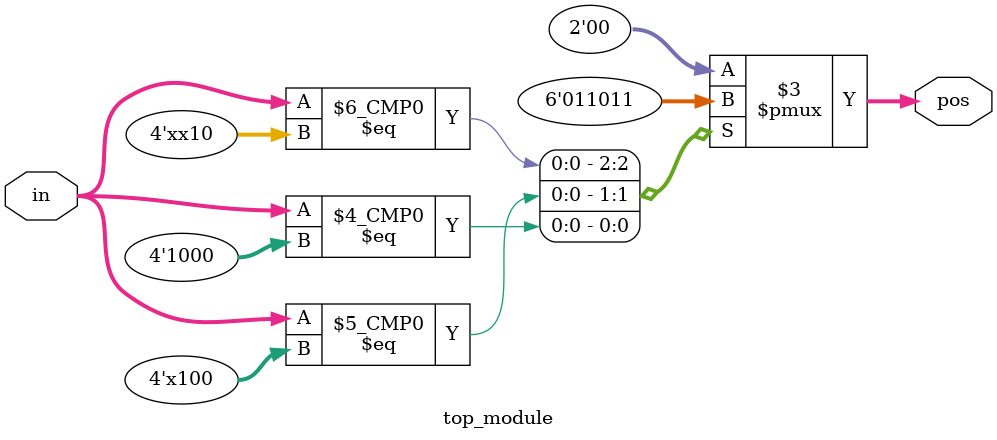
<source format=v>
module top_module (
    input [3:0] in,
    output reg [1:0] pos  );

    always @(*) begin
        case(in)
            /*
            4'b0000: pos = 2'b00;
            4'b0001: pos = 2'b00;
            4'b0011: pos = 2'b00;
            4'b0101: pos = 2'b00;
            4'b0111: pos = 2'b00;
            4'b1001: pos = 2'b00;
            4'b1011: pos = 2'b00;
            4'b1101: pos = 2'b00;
            4'b1111: pos = 2'b00;
            */
            4'bxxx1: pos = 2'b00;
            /*
            4'b0010: pos = 2'b01;
            4'b0110: pos = 2'b01;
            4'b1110: pos = 2'b01;
            4'b1010: pos = 2'b01;
            */
            4'bxx10: pos = 2'b01;
            /*
            4'b0100: pos = 2'b10;
            4'b1100: pos = 2'b10;
            */
            4'bx100: pos = 2'b10;
            /*
            4'b1000: pos = 2'b11;
			*/
            4'b1000: pos = 2'b11;
            default: pos = 2'b00;
        endcase
    end
endmodule
</source>
